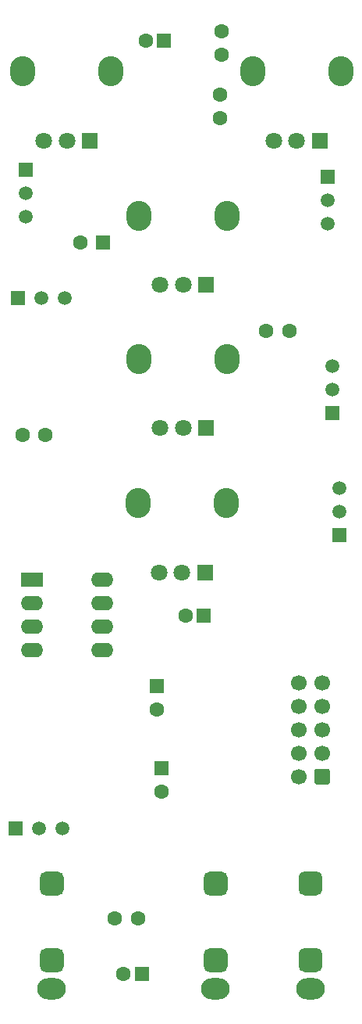
<source format=gbr>
%TF.GenerationSoftware,KiCad,Pcbnew,(5.1.9)-1*%
%TF.CreationDate,2021-08-15T07:19:13+01:00*%
%TF.ProjectId,8x8_Kick_Drum,3878385f-4b69-4636-9b5f-4472756d2e6b,rev?*%
%TF.SameCoordinates,Original*%
%TF.FileFunction,Soldermask,Bot*%
%TF.FilePolarity,Negative*%
%FSLAX46Y46*%
G04 Gerber Fmt 4.6, Leading zero omitted, Abs format (unit mm)*
G04 Created by KiCad (PCBNEW (5.1.9)-1) date 2021-08-15 07:19:13*
%MOMM*%
%LPD*%
G01*
G04 APERTURE LIST*
%ADD10C,1.600000*%
%ADD11R,1.600000X1.600000*%
%ADD12O,3.100000X2.300000*%
%ADD13O,2.400000X1.600000*%
%ADD14R,2.400000X1.600000*%
%ADD15O,2.720000X3.240000*%
%ADD16C,1.800000*%
%ADD17R,1.800000X1.800000*%
%ADD18R,1.500000X1.500000*%
%ADD19C,1.500000*%
%ADD20C,1.700000*%
G04 APERTURE END LIST*
D10*
%TO.C,C17*%
X140113000Y-167894000D03*
D11*
X142113000Y-167894000D03*
%TD*%
D10*
%TO.C,C13*%
X146844000Y-129159000D03*
D11*
X148844000Y-129159000D03*
%TD*%
D10*
%TO.C,C12*%
X142526000Y-66929000D03*
D11*
X144526000Y-66929000D03*
%TD*%
D10*
%TO.C,C3*%
X144272000Y-148169000D03*
D11*
X144272000Y-145669000D03*
%TD*%
D10*
%TO.C,C2*%
X143764000Y-139279000D03*
D11*
X143764000Y-136779000D03*
%TD*%
%TO.C,J4*%
G36*
G01*
X133634000Y-165795000D02*
X133634000Y-167095000D01*
G75*
G02*
X132984000Y-167745000I-650000J0D01*
G01*
X131684000Y-167745000D01*
G75*
G02*
X131034000Y-167095000I0J650000D01*
G01*
X131034000Y-165795000D01*
G75*
G02*
X131684000Y-165145000I650000J0D01*
G01*
X132984000Y-165145000D01*
G75*
G02*
X133634000Y-165795000I0J-650000D01*
G01*
G37*
D12*
X132334000Y-169545000D03*
G36*
G01*
X133634000Y-157495000D02*
X133634000Y-158795000D01*
G75*
G02*
X132984000Y-159445000I-650000J0D01*
G01*
X131684000Y-159445000D01*
G75*
G02*
X131034000Y-158795000I0J650000D01*
G01*
X131034000Y-157495000D01*
G75*
G02*
X131684000Y-156845000I650000J0D01*
G01*
X132984000Y-156845000D01*
G75*
G02*
X133634000Y-157495000I0J-650000D01*
G01*
G37*
%TD*%
%TO.C,J3*%
G36*
G01*
X151414000Y-165798000D02*
X151414000Y-167098000D01*
G75*
G02*
X150764000Y-167748000I-650000J0D01*
G01*
X149464000Y-167748000D01*
G75*
G02*
X148814000Y-167098000I0J650000D01*
G01*
X148814000Y-165798000D01*
G75*
G02*
X149464000Y-165148000I650000J0D01*
G01*
X150764000Y-165148000D01*
G75*
G02*
X151414000Y-165798000I0J-650000D01*
G01*
G37*
X150114000Y-169548000D03*
G36*
G01*
X151414000Y-157498000D02*
X151414000Y-158798000D01*
G75*
G02*
X150764000Y-159448000I-650000J0D01*
G01*
X149464000Y-159448000D01*
G75*
G02*
X148814000Y-158798000I0J650000D01*
G01*
X148814000Y-157498000D01*
G75*
G02*
X149464000Y-156848000I650000J0D01*
G01*
X150764000Y-156848000D01*
G75*
G02*
X151414000Y-157498000I0J-650000D01*
G01*
G37*
%TD*%
%TO.C,J2*%
G36*
G01*
X161701000Y-165765000D02*
X161701000Y-167065000D01*
G75*
G02*
X161051000Y-167715000I-650000J0D01*
G01*
X159751000Y-167715000D01*
G75*
G02*
X159101000Y-167065000I0J650000D01*
G01*
X159101000Y-165765000D01*
G75*
G02*
X159751000Y-165115000I650000J0D01*
G01*
X161051000Y-165115000D01*
G75*
G02*
X161701000Y-165765000I0J-650000D01*
G01*
G37*
X160401000Y-169515000D03*
G36*
G01*
X161701000Y-157465000D02*
X161701000Y-158765000D01*
G75*
G02*
X161051000Y-159415000I-650000J0D01*
G01*
X159751000Y-159415000D01*
G75*
G02*
X159101000Y-158765000I0J650000D01*
G01*
X159101000Y-157465000D01*
G75*
G02*
X159751000Y-156815000I650000J0D01*
G01*
X161051000Y-156815000D01*
G75*
G02*
X161701000Y-157465000I0J-650000D01*
G01*
G37*
%TD*%
D13*
%TO.C,U1*%
X137795000Y-125222000D03*
X130175000Y-132842000D03*
X137795000Y-127762000D03*
X130175000Y-130302000D03*
X137795000Y-130302000D03*
X130175000Y-127762000D03*
X137795000Y-132842000D03*
D14*
X130175000Y-125222000D03*
%TD*%
D15*
%TO.C,RV5*%
X151384000Y-101346000D03*
X141784000Y-101346000D03*
D16*
X144084000Y-108846000D03*
X146584000Y-108846000D03*
D17*
X149084000Y-108846000D03*
%TD*%
D15*
%TO.C,RV3*%
X151271000Y-116960000D03*
X141671000Y-116960000D03*
D16*
X143971000Y-124460000D03*
X146471000Y-124460000D03*
D17*
X148971000Y-124460000D03*
%TD*%
D15*
%TO.C,RV4*%
X151384000Y-85852000D03*
X141784000Y-85852000D03*
D16*
X144084000Y-93352000D03*
X146584000Y-93352000D03*
D17*
X149084000Y-93352000D03*
%TD*%
D15*
%TO.C,RV2*%
X138759000Y-70224000D03*
X129159000Y-70224000D03*
D16*
X131459000Y-77724000D03*
X133959000Y-77724000D03*
D17*
X136459000Y-77724000D03*
%TD*%
D15*
%TO.C,RV1*%
X163703000Y-70224000D03*
X154103000Y-70224000D03*
D16*
X156403000Y-77724000D03*
X158903000Y-77724000D03*
D17*
X161403000Y-77724000D03*
%TD*%
D18*
%TO.C,Q6*%
X128397000Y-152146000D03*
D19*
X133477000Y-152146000D03*
X130937000Y-152146000D03*
%TD*%
D18*
%TO.C,Q5*%
X162306000Y-81661000D03*
D19*
X162306000Y-86741000D03*
X162306000Y-84201000D03*
%TD*%
D18*
%TO.C,Q4*%
X128651000Y-94742000D03*
D19*
X133731000Y-94742000D03*
X131191000Y-94742000D03*
%TD*%
D18*
%TO.C,Q3*%
X162814000Y-107188000D03*
D19*
X162814000Y-102108000D03*
X162814000Y-104648000D03*
%TD*%
D18*
%TO.C,Q2*%
X163576000Y-120396000D03*
D19*
X163576000Y-115316000D03*
X163576000Y-117856000D03*
%TD*%
D18*
%TO.C,Q1*%
X129540000Y-80899000D03*
D19*
X129540000Y-85979000D03*
X129540000Y-83439000D03*
%TD*%
D20*
%TO.C,J1*%
X159131000Y-136398000D03*
X159131000Y-138938000D03*
X159131000Y-141478000D03*
X159131000Y-144018000D03*
X159131000Y-146558000D03*
X161671000Y-136398000D03*
X161671000Y-138938000D03*
X161671000Y-141478000D03*
X161671000Y-144018000D03*
G36*
G01*
X162521000Y-145958000D02*
X162521000Y-147158000D01*
G75*
G02*
X162271000Y-147408000I-250000J0D01*
G01*
X161071000Y-147408000D01*
G75*
G02*
X160821000Y-147158000I0J250000D01*
G01*
X160821000Y-145958000D01*
G75*
G02*
X161071000Y-145708000I250000J0D01*
G01*
X162271000Y-145708000D01*
G75*
G02*
X162521000Y-145958000I0J-250000D01*
G01*
G37*
%TD*%
D10*
%TO.C,C18*%
X141692000Y-161925000D03*
X139192000Y-161925000D03*
%TD*%
%TO.C,C14*%
X135422000Y-88773000D03*
D11*
X137922000Y-88773000D03*
%TD*%
D10*
%TO.C,C10*%
X150622000Y-75271000D03*
X150622000Y-72771000D03*
%TD*%
%TO.C,C9*%
X150749000Y-68413000D03*
X150749000Y-65913000D03*
%TD*%
%TO.C,C8*%
X131659000Y-109601000D03*
X129159000Y-109601000D03*
%TD*%
%TO.C,C7*%
X155615000Y-98298000D03*
X158115000Y-98298000D03*
%TD*%
M02*

</source>
